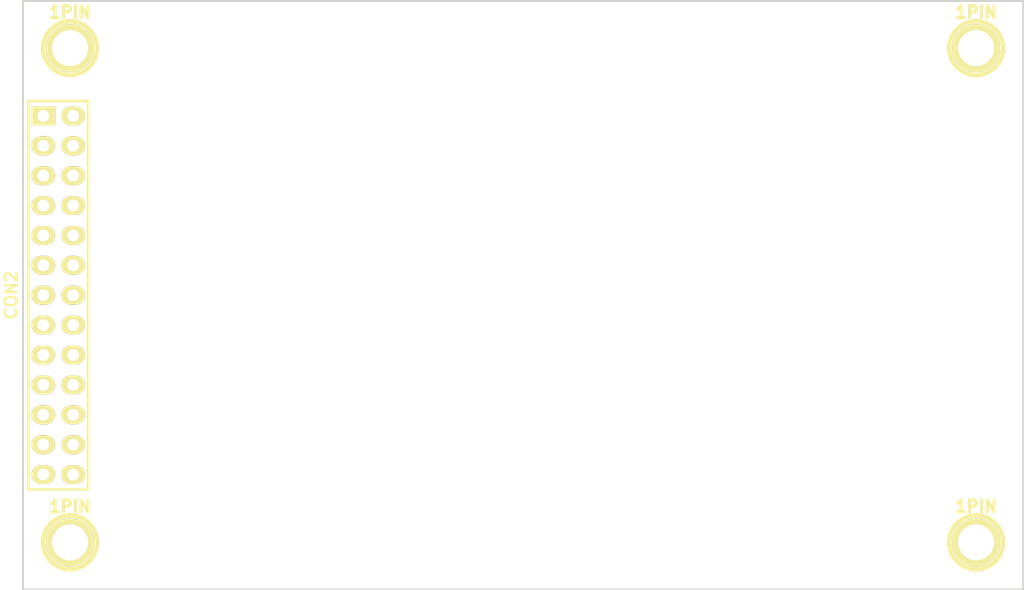
<source format=kicad_pcb>
(kicad_pcb (version 3) (host pcbnew "(2013-mar-13)-testing")

  (general
    (links 39)
    (no_connects 13)
    (area 78.1364 103.924999 165.075001 154.075001)
    (thickness 1.6)
    (drawings 8)
    (tracks 0)
    (zones 0)
    (modules 10)
    (nets 14)
  )

  (page A4)
  (layers
    (15 F.Cu signal)
    (0 B.Cu signal)
    (16 B.Adhes user)
    (17 F.Adhes user)
    (18 B.Paste user)
    (19 F.Paste user)
    (20 B.SilkS user)
    (21 F.SilkS user)
    (22 B.Mask user)
    (23 F.Mask user)
    (24 Dwgs.User user)
    (25 Cmts.User user)
    (26 Eco1.User user)
    (27 Eco2.User user)
    (28 Edge.Cuts user)
  )

  (setup
    (last_trace_width 0.254)
    (trace_clearance 0.254)
    (zone_clearance 0.508)
    (zone_45_only no)
    (trace_min 0.254)
    (segment_width 0.2)
    (edge_width 0.15)
    (via_size 0.889)
    (via_drill 0.635)
    (via_min_size 0.889)
    (via_min_drill 0.508)
    (uvia_size 0.508)
    (uvia_drill 0.127)
    (uvias_allowed no)
    (uvia_min_size 0.508)
    (uvia_min_drill 0.127)
    (pcb_text_width 0.3)
    (pcb_text_size 1.5 1.5)
    (mod_edge_width 0.15)
    (mod_text_size 1.5 1.5)
    (mod_text_width 0.15)
    (pad_size 4.064 4.064)
    (pad_drill 3.048)
    (pad_to_mask_clearance 0.2)
    (aux_axis_origin 0 0)
    (visible_elements FFFFF77F)
    (pcbplotparams
      (layerselection 3178497)
      (usegerberextensions true)
      (excludeedgelayer true)
      (linewidth 0.100000)
      (plotframeref false)
      (viasonmask false)
      (mode 1)
      (useauxorigin false)
      (hpglpennumber 1)
      (hpglpenspeed 20)
      (hpglpendiameter 15)
      (hpglpenoverlay 2)
      (psnegative false)
      (psa4output false)
      (plotreference true)
      (plotvalue true)
      (plotothertext true)
      (plotinvisibletext false)
      (padsonsilk false)
      (subtractmaskfromsilk false)
      (outputformat 1)
      (mirror false)
      (drillshape 1)
      (scaleselection 1)
      (outputdirectory ""))
  )

  (net 0 "")
  (net 1 /Alarma)
  (net 2 /GM)
  (net 3 /IC)
  (net 4 /OPT1)
  (net 5 /OPT2)
  (net 6 /OPT3)
  (net 7 /RC)
  (net 8 /SC)
  (net 9 /TC)
  (net 10 /Temp)
  (net 11 /c_Flash)
  (net 12 /vreg)
  (net 13 GND)

  (net_class Default "This is the default net class."
    (clearance 0.254)
    (trace_width 0.254)
    (via_dia 0.889)
    (via_drill 0.635)
    (uvia_dia 0.508)
    (uvia_drill 0.127)
    (add_net "")
    (add_net /Alarma)
    (add_net /GM)
    (add_net /IC)
    (add_net /OPT1)
    (add_net /OPT2)
    (add_net /OPT3)
    (add_net /RC)
    (add_net /SC)
    (add_net /TC)
    (add_net /Temp)
    (add_net /c_Flash)
    (add_net /vreg)
    (add_net GND)
  )

  (module 1pin (layer F.Cu) (tedit 200000) (tstamp 5213D291)
    (at 161 108)
    (descr "module 1 pin (ou trou mecanique de percage)")
    (tags DEV)
    (path 1pin)
    (fp_text reference 1PIN (at 0 -3.048) (layer F.SilkS)
      (effects (font (size 1.016 1.016) (thickness 0.254)))
    )
    (fp_text value P*** (at 0 2.794) (layer F.SilkS) hide
      (effects (font (size 1.016 1.016) (thickness 0.254)))
    )
    (fp_circle (center 0 0) (end 0 -2.286) (layer F.SilkS) (width 0.381))
    (pad 1 thru_hole circle (at 0 0) (size 4.064 4.064) (drill 3.048)
      (layers *.Cu *.Mask F.SilkS)
    )
  )

  (module 1pin (layer F.Cu) (tedit 200000) (tstamp 5213D28C)
    (at 161 150)
    (descr "module 1 pin (ou trou mecanique de percage)")
    (tags DEV)
    (path 1pin)
    (fp_text reference 1PIN (at 0 -3.048) (layer F.SilkS)
      (effects (font (size 1.016 1.016) (thickness 0.254)))
    )
    (fp_text value P*** (at 0 2.794) (layer F.SilkS) hide
      (effects (font (size 1.016 1.016) (thickness 0.254)))
    )
    (fp_circle (center 0 0) (end 0 -2.286) (layer F.SilkS) (width 0.381))
    (pad 1 thru_hole circle (at 0 0) (size 4.064 4.064) (drill 3.048)
      (layers *.Cu *.Mask F.SilkS)
    )
  )

  (module 1pin (layer F.Cu) (tedit 200000) (tstamp 5213D287)
    (at 84 108)
    (descr "module 1 pin (ou trou mecanique de percage)")
    (tags DEV)
    (path 1pin)
    (fp_text reference 1PIN (at 0 -3.048) (layer F.SilkS)
      (effects (font (size 1.016 1.016) (thickness 0.254)))
    )
    (fp_text value P*** (at 0 2.794) (layer F.SilkS) hide
      (effects (font (size 1.016 1.016) (thickness 0.254)))
    )
    (fp_circle (center 0 0) (end 0 -2.286) (layer F.SilkS) (width 0.381))
    (pad 1 thru_hole circle (at 0 0) (size 4.064 4.064) (drill 3.048)
      (layers *.Cu *.Mask F.SilkS)
    )
  )

  (module 1pin (layer F.Cu) (tedit 5213CE1E) (tstamp 5213D282)
    (at 84 150)
    (descr "module 1 pin (ou trou mecanique de percage)")
    (tags DEV)
    (path 1pin)
    (fp_text reference 1PIN (at 0 -3.048) (layer F.SilkS)
      (effects (font (size 1.016 1.016) (thickness 0.254)))
    )
    (fp_text value P*** (at 0 2.794) (layer F.SilkS) hide
      (effects (font (size 1.016 1.016) (thickness 0.254)))
    )
    (fp_circle (center 0 0) (end 0 -2.286) (layer F.SilkS) (width 0.381))
    (pad 1 thru_hole circle (at 0 0) (size 4.064 4.064) (drill 3.048)
      (layers *.Cu *.Mask F.SilkS)
    )
  )

  (module pin_array_13x2 (layer F.Cu) (tedit 52125EA3) (tstamp 5213D261)
    (at 83 129 270)
    (descr "2 x 13 pins connector")
    (tags CONN)
    (path /520B86B5)
    (fp_text reference CON2 (at 0 4 270) (layer F.SilkS)
      (effects (font (size 1.016 1.016) (thickness 0.2032)))
    )
    (fp_text value CONN_13X2 (at 7.62 -3.81 270) (layer F.SilkS) hide
      (effects (font (size 1.016 1.016) (thickness 0.2032)))
    )
    (fp_line (start -16.51 2.54) (end 16.51 2.54) (layer F.SilkS) (width 0.2032))
    (fp_line (start 16.51 -2.54) (end -16.51 -2.54) (layer F.SilkS) (width 0.2032))
    (fp_line (start -16.51 -2.54) (end -16.51 2.54) (layer F.SilkS) (width 0.2032))
    (fp_line (start 16.51 2.54) (end 16.51 -2.54) (layer F.SilkS) (width 0.2032))
    (pad 1 thru_hole rect (at -15.24 1.27 270) (size 1.6 2) (drill 0.99)
      (layers *.Cu *.Mask F.SilkS)
      (net 13 GND)
    )
    (pad 2 thru_hole oval (at -15.24 -1.27 270) (size 1.6 2) (drill 0.99)
      (layers *.Cu *.Mask F.SilkS)
      (net 12 /vreg)
    )
    (pad 3 thru_hole oval (at -12.7 1.27 270) (size 1.6 2) (drill 0.99)
      (layers *.Cu *.Mask F.SilkS)
      (net 13 GND)
    )
    (pad 4 thru_hole oval (at -12.7 -1.27 270) (size 1.6 2) (drill 0.99)
      (layers *.Cu *.Mask F.SilkS)
      (net 12 /vreg)
    )
    (pad 5 thru_hole oval (at -10.16 1.27 270) (size 1.6 2) (drill 0.99)
      (layers *.Cu *.Mask F.SilkS)
      (net 13 GND)
    )
    (pad 6 thru_hole oval (at -10.16 -1.27 270) (size 1.6 2) (drill 0.99)
      (layers *.Cu *.Mask F.SilkS)
      (net 11 /c_Flash)
    )
    (pad 7 thru_hole oval (at -7.62 1.27 270) (size 1.6 2) (drill 0.99)
      (layers *.Cu *.Mask F.SilkS)
      (net 13 GND)
    )
    (pad 8 thru_hole oval (at -7.62 -1.27 270) (size 1.6 2) (drill 0.99)
      (layers *.Cu *.Mask F.SilkS)
      (net 2 /GM)
    )
    (pad 9 thru_hole oval (at -5.08 1.27 270) (size 1.6 2) (drill 0.99)
      (layers *.Cu *.Mask F.SilkS)
      (net 13 GND)
    )
    (pad 10 thru_hole oval (at -5.08 -1.27 270) (size 1.6 2) (drill 0.99)
      (layers *.Cu *.Mask F.SilkS)
      (net 4 /OPT1)
    )
    (pad 11 thru_hole oval (at -2.54 1.27 270) (size 1.6 2) (drill 0.99)
      (layers *.Cu *.Mask F.SilkS)
      (net 13 GND)
    )
    (pad 12 thru_hole oval (at -2.54 -1.27 270) (size 1.6 2) (drill 0.99)
      (layers *.Cu *.Mask F.SilkS)
      (net 5 /OPT2)
    )
    (pad 13 thru_hole oval (at 0 1.27 270) (size 1.6 2) (drill 0.99)
      (layers *.Cu *.Mask F.SilkS)
      (net 13 GND)
    )
    (pad 14 thru_hole oval (at 0 -1.27 270) (size 1.6 2) (drill 0.99)
      (layers *.Cu *.Mask F.SilkS)
      (net 6 /OPT3)
    )
    (pad 15 thru_hole oval (at 2.54 1.27 270) (size 1.6 2) (drill 0.99)
      (layers *.Cu *.Mask F.SilkS)
      (net 13 GND)
    )
    (pad 16 thru_hole oval (at 2.54 -1.27 270) (size 1.6 2) (drill 0.99)
      (layers *.Cu *.Mask F.SilkS)
      (net 9 /TC)
    )
    (pad 17 thru_hole oval (at 5.08 1.27 270) (size 1.6 2) (drill 0.99)
      (layers *.Cu *.Mask F.SilkS)
      (net 13 GND)
    )
    (pad 18 thru_hole oval (at 5.08 -1.27 270) (size 1.6 2) (drill 0.99)
      (layers *.Cu *.Mask F.SilkS)
      (net 1 /Alarma)
    )
    (pad 19 thru_hole oval (at 7.62 1.27 270) (size 1.6 2) (drill 0.99)
      (layers *.Cu *.Mask F.SilkS)
      (net 13 GND)
    )
    (pad 20 thru_hole oval (at 7.62 -1.27 270) (size 1.6 2) (drill 0.99)
      (layers *.Cu *.Mask F.SilkS)
      (net 10 /Temp)
    )
    (pad 21 thru_hole oval (at 10.16 1.27 270) (size 1.6 2) (drill 0.99)
      (layers *.Cu *.Mask F.SilkS)
      (net 13 GND)
    )
    (pad 22 thru_hole oval (at 10.16 -1.27 270) (size 1.6 2) (drill 0.99)
      (layers *.Cu *.Mask F.SilkS)
      (net 7 /RC)
    )
    (pad 23 thru_hole oval (at 12.7 1.27 270) (size 1.6 2) (drill 0.99)
      (layers *.Cu *.Mask F.SilkS)
      (net 13 GND)
    )
    (pad 24 thru_hole oval (at 12.7 -1.27 270) (size 1.6 2) (drill 0.99)
      (layers *.Cu *.Mask F.SilkS)
      (net 8 /SC)
    )
    (pad 25 thru_hole oval (at 15.24 1.27 270) (size 1.6 2) (drill 0.99)
      (layers *.Cu *.Mask F.SilkS)
      (net 13 GND)
    )
    (pad 26 thru_hole oval (at 15.24 -1.27 270) (size 1.6 2) (drill 0.99)
      (layers *.Cu *.Mask F.SilkS)
      (net 3 /IC)
    )
    (model pin_array/pins_array_13x2.wrl
      (at (xyz 0 0 0))
      (scale (xyz 1 1 1))
      (rotate (xyz 0 0 0))
    )
  )

  (module pin_array_13x2   locked (layer F.Cu) (tedit 52125EA3) (tstamp 520EA641)
    (at 83 129 270)
    (descr "2 x 13 pins connector")
    (tags CONN)
    (path /520B86B5)
    (fp_text reference CON2 (at 0 4 270) (layer F.SilkS)
      (effects (font (size 1.016 1.016) (thickness 0.2032)))
    )
    (fp_text value CONN_13X2 (at 7.62 -3.81 270) (layer F.SilkS) hide
      (effects (font (size 1.016 1.016) (thickness 0.2032)))
    )
    (fp_line (start -16.51 2.54) (end 16.51 2.54) (layer F.SilkS) (width 0.2032))
    (fp_line (start 16.51 -2.54) (end -16.51 -2.54) (layer F.SilkS) (width 0.2032))
    (fp_line (start -16.51 -2.54) (end -16.51 2.54) (layer F.SilkS) (width 0.2032))
    (fp_line (start 16.51 2.54) (end 16.51 -2.54) (layer F.SilkS) (width 0.2032))
    (pad 1 thru_hole rect (at -15.24 1.27 270) (size 1.6 2) (drill 0.99)
      (layers *.Cu *.Mask F.SilkS)
      (net 13 GND)
    )
    (pad 2 thru_hole oval (at -15.24 -1.27 270) (size 1.6 2) (drill 0.99)
      (layers *.Cu *.Mask F.SilkS)
      (net 12 /vreg)
    )
    (pad 3 thru_hole oval (at -12.7 1.27 270) (size 1.6 2) (drill 0.99)
      (layers *.Cu *.Mask F.SilkS)
      (net 13 GND)
    )
    (pad 4 thru_hole oval (at -12.7 -1.27 270) (size 1.6 2) (drill 0.99)
      (layers *.Cu *.Mask F.SilkS)
      (net 12 /vreg)
    )
    (pad 5 thru_hole oval (at -10.16 1.27 270) (size 1.6 2) (drill 0.99)
      (layers *.Cu *.Mask F.SilkS)
      (net 13 GND)
    )
    (pad 6 thru_hole oval (at -10.16 -1.27 270) (size 1.6 2) (drill 0.99)
      (layers *.Cu *.Mask F.SilkS)
      (net 11 /c_Flash)
    )
    (pad 7 thru_hole oval (at -7.62 1.27 270) (size 1.6 2) (drill 0.99)
      (layers *.Cu *.Mask F.SilkS)
      (net 13 GND)
    )
    (pad 8 thru_hole oval (at -7.62 -1.27 270) (size 1.6 2) (drill 0.99)
      (layers *.Cu *.Mask F.SilkS)
      (net 2 /GM)
    )
    (pad 9 thru_hole oval (at -5.08 1.27 270) (size 1.6 2) (drill 0.99)
      (layers *.Cu *.Mask F.SilkS)
      (net 13 GND)
    )
    (pad 10 thru_hole oval (at -5.08 -1.27 270) (size 1.6 2) (drill 0.99)
      (layers *.Cu *.Mask F.SilkS)
      (net 4 /OPT1)
    )
    (pad 11 thru_hole oval (at -2.54 1.27 270) (size 1.6 2) (drill 0.99)
      (layers *.Cu *.Mask F.SilkS)
      (net 13 GND)
    )
    (pad 12 thru_hole oval (at -2.54 -1.27 270) (size 1.6 2) (drill 0.99)
      (layers *.Cu *.Mask F.SilkS)
      (net 5 /OPT2)
    )
    (pad 13 thru_hole oval (at 0 1.27 270) (size 1.6 2) (drill 0.99)
      (layers *.Cu *.Mask F.SilkS)
      (net 13 GND)
    )
    (pad 14 thru_hole oval (at 0 -1.27 270) (size 1.6 2) (drill 0.99)
      (layers *.Cu *.Mask F.SilkS)
      (net 6 /OPT3)
    )
    (pad 15 thru_hole oval (at 2.54 1.27 270) (size 1.6 2) (drill 0.99)
      (layers *.Cu *.Mask F.SilkS)
      (net 13 GND)
    )
    (pad 16 thru_hole oval (at 2.54 -1.27 270) (size 1.6 2) (drill 0.99)
      (layers *.Cu *.Mask F.SilkS)
      (net 9 /TC)
    )
    (pad 17 thru_hole oval (at 5.08 1.27 270) (size 1.6 2) (drill 0.99)
      (layers *.Cu *.Mask F.SilkS)
      (net 13 GND)
    )
    (pad 18 thru_hole oval (at 5.08 -1.27 270) (size 1.6 2) (drill 0.99)
      (layers *.Cu *.Mask F.SilkS)
      (net 1 /Alarma)
    )
    (pad 19 thru_hole oval (at 7.62 1.27 270) (size 1.6 2) (drill 0.99)
      (layers *.Cu *.Mask F.SilkS)
      (net 13 GND)
    )
    (pad 20 thru_hole oval (at 7.62 -1.27 270) (size 1.6 2) (drill 0.99)
      (layers *.Cu *.Mask F.SilkS)
      (net 10 /Temp)
    )
    (pad 21 thru_hole oval (at 10.16 1.27 270) (size 1.6 2) (drill 0.99)
      (layers *.Cu *.Mask F.SilkS)
      (net 13 GND)
    )
    (pad 22 thru_hole oval (at 10.16 -1.27 270) (size 1.6 2) (drill 0.99)
      (layers *.Cu *.Mask F.SilkS)
      (net 7 /RC)
    )
    (pad 23 thru_hole oval (at 12.7 1.27 270) (size 1.6 2) (drill 0.99)
      (layers *.Cu *.Mask F.SilkS)
      (net 13 GND)
    )
    (pad 24 thru_hole oval (at 12.7 -1.27 270) (size 1.6 2) (drill 0.99)
      (layers *.Cu *.Mask F.SilkS)
      (net 8 /SC)
    )
    (pad 25 thru_hole oval (at 15.24 1.27 270) (size 1.6 2) (drill 0.99)
      (layers *.Cu *.Mask F.SilkS)
      (net 13 GND)
    )
    (pad 26 thru_hole oval (at 15.24 -1.27 270) (size 1.6 2) (drill 0.99)
      (layers *.Cu *.Mask F.SilkS)
      (net 3 /IC)
    )
    (model pin_array/pins_array_13x2.wrl
      (at (xyz 0 0 0))
      (scale (xyz 1 1 1))
      (rotate (xyz 0 0 0))
    )
  )

  (module 1pin   locked (layer F.Cu) (tedit 5213CE1E) (tstamp 52161A50)
    (at 84 150)
    (descr "module 1 pin (ou trou mecanique de percage)")
    (tags DEV)
    (path 1pin)
    (fp_text reference 1PIN (at 0 -3.048) (layer F.SilkS)
      (effects (font (size 1.016 1.016) (thickness 0.254)))
    )
    (fp_text value P*** (at 0 2.794) (layer F.SilkS) hide
      (effects (font (size 1.016 1.016) (thickness 0.254)))
    )
    (fp_circle (center 0 0) (end 0 -2.286) (layer F.SilkS) (width 0.381))
    (pad 1 thru_hole circle (at 0 0) (size 4.064 4.064) (drill 3.048)
      (layers *.Cu *.Mask F.SilkS)
    )
  )

  (module 1pin   locked (layer F.Cu) (tedit 200000) (tstamp 52161A59)
    (at 84 108)
    (descr "module 1 pin (ou trou mecanique de percage)")
    (tags DEV)
    (path 1pin)
    (fp_text reference 1PIN (at 0 -3.048) (layer F.SilkS)
      (effects (font (size 1.016 1.016) (thickness 0.254)))
    )
    (fp_text value P*** (at 0 2.794) (layer F.SilkS) hide
      (effects (font (size 1.016 1.016) (thickness 0.254)))
    )
    (fp_circle (center 0 0) (end 0 -2.286) (layer F.SilkS) (width 0.381))
    (pad 1 thru_hole circle (at 0 0) (size 4.064 4.064) (drill 3.048)
      (layers *.Cu *.Mask F.SilkS)
    )
  )

  (module 1pin   locked (layer F.Cu) (tedit 200000) (tstamp 52161A6B)
    (at 161 150)
    (descr "module 1 pin (ou trou mecanique de percage)")
    (tags DEV)
    (path 1pin)
    (fp_text reference 1PIN (at 0 -3.048) (layer F.SilkS)
      (effects (font (size 1.016 1.016) (thickness 0.254)))
    )
    (fp_text value P*** (at 0 2.794) (layer F.SilkS) hide
      (effects (font (size 1.016 1.016) (thickness 0.254)))
    )
    (fp_circle (center 0 0) (end 0 -2.286) (layer F.SilkS) (width 0.381))
    (pad 1 thru_hole circle (at 0 0) (size 4.064 4.064) (drill 3.048)
      (layers *.Cu *.Mask F.SilkS)
    )
  )

  (module 1pin   locked (layer F.Cu) (tedit 200000) (tstamp 52161A76)
    (at 161 108)
    (descr "module 1 pin (ou trou mecanique de percage)")
    (tags DEV)
    (path 1pin)
    (fp_text reference 1PIN (at 0 -3.048) (layer F.SilkS)
      (effects (font (size 1.016 1.016) (thickness 0.254)))
    )
    (fp_text value P*** (at 0 2.794) (layer F.SilkS) hide
      (effects (font (size 1.016 1.016) (thickness 0.254)))
    )
    (fp_circle (center 0 0) (end 0 -2.286) (layer F.SilkS) (width 0.381))
    (pad 1 thru_hole circle (at 0 0) (size 4.064 4.064) (drill 3.048)
      (layers *.Cu *.Mask F.SilkS)
    )
  )

  (gr_line (start 80 154) (end 165 154) (angle 90) (layer Edge.Cuts) (width 0.15) (tstamp 5213D299))
  (gr_line (start 165 154) (end 165 104) (angle 90) (layer Edge.Cuts) (width 0.15) (tstamp 5213D298))
  (gr_line (start 165 104) (end 80 104) (angle 90) (layer Edge.Cuts) (width 0.15) (tstamp 5213D297))
  (gr_line (start 80 104) (end 80 154) (angle 90) (layer Edge.Cuts) (width 0.15) (tstamp 5213D296))
  (gr_line (start 80 104) (end 80 154) (angle 90) (layer Edge.Cuts) (width 0.15))
  (gr_line (start 165 104) (end 80 104) (angle 90) (layer Edge.Cuts) (width 0.15))
  (gr_line (start 165 154) (end 165 104) (angle 90) (layer Edge.Cuts) (width 0.15))
  (gr_line (start 80 154) (end 165 154) (angle 90) (layer Edge.Cuts) (width 0.15))

)

</source>
